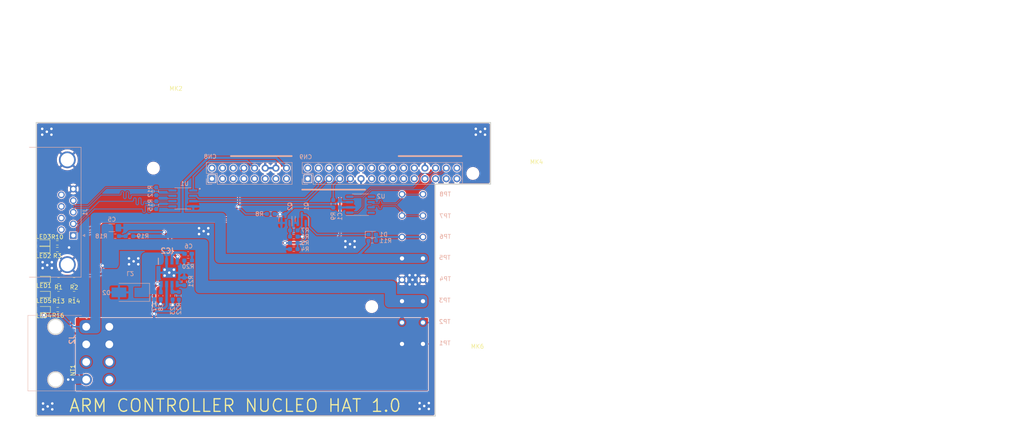
<source format=kicad_pcb>
(kicad_pcb (version 20211014) (generator pcbnew)
  (title_block (date "15 nov 2012"))
  (layers (0 "F.Cu" signal) (31 "B.Cu" signal) (34 "B.Paste" user) (35 "F.Paste" user) (36 "B.SilkS" user "B.Silkscreen") (37 "F.SilkS" user "F.Silkscreen") (38 "B.Mask" user) (39 "F.Mask" user) (44 "Edge.Cuts" user))
  (net 0 "")
  (net 1 "GND")
  (net 2 "+5V")
  (net 3 "/SAFETY")
  (net 4 "Net-(LED1-Pad1)")
  (net 5 "Net-(R1-Pad1)")
  (net 6 "Net-(LED4-Pad1)")
  (net 7 "Net-(LED5-Pad1)")
  (net 8 "GNDPWR")
  (net 9 "+48V")
  (net 10 "+12V")
  (net 11 "Net-(D1-Pad1)")
  (net 16 "Net-(LED2-Pad1)")
  (net 17 "/SEC_OUT")
  (net 18 "Net-(R13-Pad1)")
  (net 50 "+3V3")
  (net 51 "/RX")
  (net 52 "/TX")
  (net 53 "/RX-")
  (net 54 "/RX+")
  (net 55 "/TX+")
  (net 56 "/TX-")
  (net 59 "+24V")
  (net 60 "Net-(C6-Pad1)")
  (net 61 "Net-(C6-Pad2)")
  (net 62 "Net-(C7-Pad1)")
  (net 63 "Net-(C7-Pad2)")
  (net 64 "Net-(IC2-Pad4)")
  (net 65 "Net-(IC2-Pad5)")
  (net 66 "Net-(IC2-Pad6)")
  (net 67 "Net-(LED3-Pad1)")
  (net 68 "Net-(Q1-Pad1)")
  (net 69 "Net-(Q2-Pad1)")
  (net 70 "/SEC_IN")
  (net 71 "Net-(Q2-Pad3)")
  (net 72 "/CAN_TX")
  (net 73 "/CAN_RX")
  (net 76 "/CANP")
  (net 77 "/CANN")
  (footprint "footprints:R_0603_1608Metric_Pad0.98x0.95mm_HandSolder" (layer "F.Cu") (at 125.6 145.3)
    (fp_text reference "R3")
    (fp_text value "1,5k")
  )
  (footprint "footprints:R_0805_2012Metric_Pad1.20x1.40mm_HandSolder" (layer "F.Cu") (at 125.9 152.7 180)
    (fp_text reference "R1")
    (fp_text value "4.7k 5% 0,5W")
  )
  (footprint "footprints:R_0805_2012Metric_Pad1.20x1.40mm_HandSolder" (layer "F.Cu") (at 125.9 156 180)
    (fp_text reference "R13")
    (fp_text value "4.7k 5% 0,5W")
  )
  (footprint "footprints:R_0805_2012Metric_Pad1.20x1.40mm_HandSolder" (layer "F.Cu") (at 129.6 152.7 180)
    (fp_text reference "R2")
    (fp_text value "4.7k 5% 0,5W")
  )
  (footprint "footprints:D_0603_1608Metric_Pad1.05x0.95mm_HandSolder" (layer "F.Cu") (at 122.2 145.3 180)
    (fp_text reference "LED2")
    (fp_text value "RED")
  )
  (footprint "footprints:R_0603_1608Metric_Pad0.98x0.95mm_HandSolder" (layer "F.Cu") (at 125.7 159.6)
    (fp_text reference "R16")
    (fp_text value "80R")
  )
  (footprint "footprints:MountingHole_2.7mm_M2.5" (layer "F.Cu") (at 224.71 127.14)
    (fp_text reference "MK4")
    (fp_text value "M2.5")
  )
  (footprint "footprints:R_0805_2012Metric_Pad1.20x1.40mm_HandSolder" (layer "F.Cu") (at 129.6 156 180)
    (fp_text reference "R14")
    (fp_text value "4.7k 5% 0,5W")
  )
  (footprint "footprints:D_0603_1608Metric_Pad1.05x0.95mm_HandSolder" (layer "F.Cu") (at 122.3 156 180)
    (fp_text reference "LED5")
    (fp_text value "GREEN")
  )
  (footprint "footprints:D_0603_1608Metric_Pad1.05x0.95mm_HandSolder" (layer "F.Cu") (at 122.2 143.7 180)
    (fp_text reference "LED3")
    (fp_text value "GREEN")
  )
  (footprint "footprints:D_0603_1608Metric_Pad1.05x0.95mm_HandSolder" (layer "F.Cu") (at 122.3 152.4 180)
    (fp_text reference "LED1")
    (fp_text value "GREEN")
  )
  (footprint "footprints:MountingHole_2.7mm_M2.5" (layer "F.Cu") (at 148.51 125.87)
    (fp_text reference "MK2")
    (fp_text value "M2.5")
  )
  (footprint "footprints:NetTie-2_SMD_Pad0.5mm" (layer "F.Cu") (at 130.5 174.1 90)
    (fp_text reference "NT1")
    (fp_text value "NetTie_2")
  )
  (footprint "footprints:R_0603_1608Metric_Pad0.98x0.95mm_HandSolder" (layer "F.Cu") (at 125.6 143.7)
    (fp_text reference "R10")
    (fp_text value "1,1k")
  )
  (footprint "footprints:D_0603_1608Metric_Pad1.05x0.95mm_HandSolder" (layer "F.Cu") (at 122.3 159.6 180)
    (fp_text reference "LED4")
    (fp_text value "GREEN")
  )
  (footprint "footprints:MountingHole_2.7mm_M2.5" (layer "F.Cu") (at 200.58 158.89)
    (fp_text reference "MK6")
    (fp_text value "M2.5")
  )
  (footprint "ARM_NUCLEO_HAT:61-1537-11-0031" (layer "B.Cu") (at 210.3 162.7)
    (fp_text reference "TP2")
    (fp_text value "1-726388-2")
  )
  (footprint "footprints:SO-8_3.9x4.9mm_P1.27mm" (layer "B.Cu") (at 197.9 134.6)
    (fp_text reference "U2")
    (fp_text value "TCAN332G")
  )
  (footprint "footprints:R_0603_1608Metric_Pad0.98x0.95mm_HandSolder" (layer "B.Cu") (at 200.7 143.2)
    (fp_text reference "R11")
    (fp_text value "1k")
  )
  (footprint "ARM_NUCLEO_HAT:SOIC127P599X175-8N" (layer "B.Cu") (at 155.545 133.1 180)
    (fp_text reference "U1")
    (fp_text value "SN75LBC179AD")
  )
  (footprint "ARM_NUCLEO_HAT:61-1537-11-0031" (layer "B.Cu") (at 210.3 167.8)
    (fp_text reference "TP1")
    (fp_text value "1-726388-2")
  )
  (footprint "footprints:R_0603_1608Metric_Pad0.98x0.95mm_HandSolder" (layer "B.Cu") (at 191.4 134.4 90)
    (fp_text reference "R9")
    (fp_text value "100")
  )
  (footprint "footprints:C_0603_1608Metric_Pad1.08x0.95mm_HandSolder" (layer "B.Cu") (at 156.8 146.3)
    (fp_text reference "C6")
    (fp_text value "6800pF")
  )
  (footprint "footprints:C_0603_1608Metric_Pad1.08x0.95mm_HandSolder" (layer "B.Cu") (at 193 134.4 -90)
    (fp_text reference "C1")
    (fp_text value "100 nF")
  )
  (footprint "ARM_NUCLEO_HAT:61-1537-11-0031" (layer "B.Cu") (at 210.3 157.6)
    (fp_text reference "TP3")
    (fp_text value "1-726388-2")
  )
  (footprint "footprints:R_0603_1608Metric_Pad0.98x0.95mm_HandSolder" (layer "B.Cu") (at 182 143.7)
    (fp_text reference "R5")
    (fp_text value "1k")
  )
  (footprint "footprints:SOT-23" (layer "B.Cu") (at 180 138 90)
    (fp_text reference "Q2")
    (fp_text value "BSS138")
  )
  (footprint "footprints:C_0603_1608Metric_Pad1.08x0.95mm_HandSolder" (layer "B.Cu") (at 150.271 156.3 -90)
    (fp_text reference "C8")
    (fp_text value "10uF 25V")
  )
  (footprint "footprints:C_1206_3216Metric_Pad1.33x1.80mm_HandSolder" (layer "B.Cu") (at 138.6 140.1)
    (fp_text reference "C5")
    (fp_text value "100uF 6,3V")
  )
  (footprint "footprints:R_0603_1608Metric_Pad0.98x0.95mm_HandSolder" (layer "B.Cu") (at 182 142.2)
    (fp_text reference "R6")
    (fp_text value "10k")
  )
  (footprint "ARM_NUCLEO_HAT:61-1537-11-0031" (layer "B.Cu") (at 210.3 152.5)
    (fp_text reference "TP4")
    (fp_text value "1-726388-2")
  )
  (footprint "footprints:C_0603_1608Metric_Pad1.08x0.95mm_HandSolder" (layer "B.Cu") (at 148.7 156.3 -90)
    (fp_text reference "C7")
    (fp_text value "0,1uF")
  )
  (footprint "footprints:R_0603_1608Metric_Pad0.98x0.95mm_HandSolder" (layer "B.Cu") (at 156.8 147.9)
    (fp_text reference "R20")
    (fp_text value "0,75k")
  )
  (footprint "footprints:SOT-23" (layer "B.Cu") (at 183.9 138 90)
    (fp_text reference "Q1")
    (fp_text value "BSS138")
  )
  (footprint "footprints:R_0603_1608Metric_Pad0.98x0.95mm_HandSolder" (layer "B.Cu") (at 155.871 152.9 90)
    (fp_text reference "R21")
    (fp_text value "47k")
  )
  (footprint "footprints:DSUB-9_Male_Horizontal_P2.77x2.84mm_EdgePinOffset7.70mm_Housed_MountingHolesOffset9.12mm" (layer "B.Cu") (at 129.41 141.93 90)
    (fp_text reference "J1")
    (fp_text value "DB9_Male_MountingHoles")
  )
  (footprint "footprints:R_0603_1608Metric_Pad0.98x0.95mm_HandSolder" (layer "B.Cu") (at 182 140.7 180)
    (fp_text reference "R7")
    (fp_text value "100")
  )
  (footprint "footprints:R_0603_1608Metric_Pad0.98x0.95mm_HandSolder" (layer "B.Cu") (at 142.8 142.1)
    (fp_text reference "R19")
    (fp_text value "??")
  )
  (footprint "footprints:R_0603_1608Metric_Pad0.98x0.95mm_HandSolder" (layer "B.Cu") (at 149.2 131.4 -90)
    (fp_text reference "R12")
    (fp_text value "120")
  )
  (footprint "ARM_NUCLEO_HAT:SOIC127P600X100-9N" (layer "B.Cu") (at 152.3 150.8 -90)
    (fp_text reference "IC2")
    (fp_text value "BD9G341AEFJ-E2" hide)
  )
  (footprint "ARM_NUCLEO_HAT:61-1537-11-0031" (layer "B.Cu") (at 210.3 142.3)
    (fp_text reference "TP6")
    (fp_text value "1-726388-2")
  )
  (footprint "footprints:R_0603_1608Metric_Pad0.98x0.95mm_HandSolder" (layer "B.Cu") (at 153.1 156.3 -90)
    (fp_text reference "R23")
    (fp_text value "??")
  )
  (footprint "footprints:R_0603_1608Metric_Pad0.98x0.95mm_HandSolder" (layer "B.Cu") (at 154.6 156.3 90)
    (fp_text reference "R22")
    (fp_text value "??")
  )
  (footprint "footprints:R_0603_1608Metric_Pad0.98x0.95mm_HandSolder" (layer "B.Cu") (at 149.2 134.7 -90)
    (fp_text reference "R15")
    (fp_text value "120")
  )
  (footprint "footprints:D_SMB_Handsoldering" (layer "B.Cu") (at 143 155.5 180)
    (fp_text reference "D2")
    (fp_text value "SMBJ16A-TR")
  )
  (footprint "ARM_NUCLEO_HAT:39301080" (layer "B.Cu") (at 128.99 170 90)
    (fp_text reference "J2")
    (fp_text value "39-30-1080" hide)
  )
  (footprint "ARM_NUCLEO_HAT:61-1537-11-0031" (layer "B.Cu") (at 210.3 137.2)
    (fp_text reference "TP7")
    (fp_text value "1-726388-2")
  )
  (footprint "footprints:R_0603_1608Metric_Pad0.98x0.95mm_HandSolder" (layer "B.Cu") (at 139.4 142.1)
    (fp_text reference "R18")
    (fp_text value "??")
  )
  (footprint "footprints:PinSocket_2x08_P2.54mm_Vertical" (layer "B.Cu") (at 162.48 128.4 -90)
    (fp_text reference "CN8")
    (fp_text value "Conn_02x08")
  )
  (footprint "footprints:R_0603_1608Metric_Pad0.98x0.95mm_HandSolder" (layer "B.Cu") (at 176.5 136.8)
    (fp_text reference "R8")
    (fp_text value "10k")
  )
  (footprint "ARM_NUCLEO_HAT:MPEV1D1040L330" (layer "B.Cu") (at 142.9 148.1)
    (fp_text reference "L2")
    (fp_text value "33uH, 3A")
  )
  (footprint "ARM_NUCLEO_HAT:61-1537-11-0031" (layer "B.Cu") (at 210.3 132.1)
    (fp_text reference "TP8")
    (fp_text value "1-726388-2")
  )
  (footprint "footprints:D_0603_1608Metric_Pad1.05x0.95mm_HandSolder" (layer "B.Cu") (at 200.7 141.7)
    (fp_text reference "D1")
    (fp_text value "BAT30K")
  )
  (footprint "footprints:R_0603_1608Metric_Pad0.98x0.95mm_HandSolder" (layer "B.Cu") (at 182 145.2 180)
    (fp_text reference "R4")
    (fp_text value "10k")
  )
  (footprint "ARM_NUCLEO_HAT:61-1537-11-0031" (layer "B.Cu") (at 210.3 147.4)
    (fp_text reference "TP5")
    (fp_text value "1-726388-2")
  )
  (footprint "footprints:PinSocket_2x15_P2.54mm_Vertical" (layer "B.Cu") (at 185.33 128.4 -90)
    (fp_text reference "CN9")
    (fp_text value "Conn_02x15")
  )
  (gr_line (start 222 123) (end 207 123) (layer "B.SilkS") (width 0.4))
  (gr_line (start 181.5 123) (end 167 123) (layer "B.SilkS") (width 0.4))
  (gr_line (start 199 131) (end 184 131) (layer "B.SilkS") (width 0.4))
  (gr_line (start 120.58 115) (end 120.58 185) (layer "Edge.Cuts") (width 0.25))
  (gr_circle (center 125.18 176.3) (end 126.98 176.3) (layer "Edge.Cuts") (width 0.25) (fill none))
  (gr_line (start 215.73 185) (end 215.73 129.68) (layer "Edge.Cuts") (width 0.25))
  (gr_circle (center 125.18 163.7) (end 126.98 163.7) (layer "Edge.Cuts") (width 0.25) (fill none))
  (gr_line (start 228.92 115) (end 228.92 129.68) (layer "Edge.Cuts") (width 0.25))
  (gr_line (start 228.92 129.68) (end 215.73 129.68) (layer "Edge.Cuts") (width 0.25))
  (gr_line (start 228.92 115) (end 120.58 115) (layer "Edge.Cuts") (width 0.25))
  (gr_line (start 215.73 185) (end 120.58 185) (layer "Edge.Cuts") (width 0.25))
  (gr_text "ARM CONTROLLER NUCLEO HAT 1.0" (at 168 182.5) (layer "F.SilkS") (effects (font (size 3 3) (thickness 0.3))))
  (segment (start 130.5 174.6) (end 130.796 174.6) (width 0.6) (layer "F.Cu") (net 1))
  (segment (start 130.796 174.6) (end 132.496 176.3) (width 0.6) (layer "F.Cu") (net 1))
  (via (at 211 151.4) (size 0.9) (drill 0.6) (layers "F.Cu" "B.Cu") (net 1))
  (via (at 159.4 140.2) (size 0.9) (drill 0.6) (layers "F.Cu" "B.Cu") (net 1))
  (via (at 160.5 140.9) (size 0.9) (drill 0.6) (layers "F.Cu" "B.Cu") (net 1))
  (via (at 122.2 183.4) (size 0.9) (drill 0.6) (layers "F.Cu" "B.Cu") (net 1))
  (via (at 161.6 141.6) (size 0.9) (drill 0.6) (layers "F.Cu" "B.Cu") (net 1))
  (via (at 142.7 147.4) (size 0.9) (drill 0.6) (layers "F.Cu" "B.Cu") (net 1))
  (via (at 123.2 149) (size 0.9) (drill 0.6) (layers "F.Cu" "B.Cu") (net 1))
  (via (at 194.3 143.3) (size 0.9) (drill 0.6) (layers "F.Cu" "B.Cu") (net 1))
  (via (at 122 117.9) (size 0.9) (drill 0.6) (layers "F.Cu" "B.Cu") (net 1))
  (via (at 129.3 176.3) (size 0.9) (drill 0.6) (layers "F.Cu" "B.Cu") (net 1))
  (via (at 159.4 141.6) (size 0.9) (drill 0.6) (layers "F.Cu" "B.Cu") (net 1))
  (via (at 123.3 182.7) (size 0.9) (drill 0.6) (layers "F.Cu" "B.Cu") (net 1))
  (via (at 153.1 158.5) (size 0.9) (drill 0.6) (layers "F.Cu" "B.Cu") (net 1))
  (via (at 128.4 144.8) (size 0.9) (drill 0.6) (layers "F.Cu" "B.Cu") (net 1))
  (via (at 144.9 148.8) (size 0.9) (drill 0.6) (layers "F.Cu" "B.Cu") (net 1))
  (via (at 161.6 140.2) (size 0.9) (drill 0.6) (layers "F.Cu" "B.Cu") (net 1))
  (via (at 214.2 181.9) (size 0.9) (drill 0.6) (layers "F.Cu" "B.Cu") (net 1))
  (via (at 214.2 183.3) (size 0.9) (drill 0.6) (layers "F.Cu" "B.Cu") (net 1))
  (via (at 144.9 147.4) (size 0.9) (drill 0.6) (layers "F.Cu" "B.Cu") (net 1))
  (via (at 225.4 116.5) (size 0.9) (drill 0.6) (layers "F.Cu" "B.Cu") (net 1))
  (via (at 143.8 148.1) (size 0.9) (drill 0.6) (layers "F.Cu" "B.Cu") (net 1))
  (via (at 209.6 153.6) (size 0.9) (drill 0.6) (layers "F.Cu" "B.Cu") (net 1))
  (via (at 196.5 143.3) (size 0.9) (drill 0.6) (layers "F.Cu" "B.Cu") (net 1))
  (via (at 210.3 152.5) (size 0.9) (drill 0.6) (layers "F.Cu" "B.Cu") (net 1))
  (via (at 184.0005 142.199312) (size 0.9) (drill 0.6) (layers "F.Cu" "B.Cu") (net 1))
  (via (at 124.3 148.3) (size 0.9) (drill 0.6) (layers "F.Cu" "B.Cu") (net 1))
  (via (at 122.1 148.3) (size 0.9) (drill 0.6) (layers "F.Cu" "B.Cu") (net 1))
  (via (at 124.2 117.9) (size 0.9) (drill 0.6) (layers "F.Cu" "B.Cu") (net 1))
  (via (at 227.6 116.5) (size 0.9) (drill 0.6) (layers "F.Cu" "B.Cu") (net 1))
  (via (at 227.6 117.9) (size 0.9) (drill 0.6) (layers "F.Cu" "B.Cu") (net 1))
  (via (at 153.4 150.1) (size 0.9) (drill 0.6) (layers "F.Cu" "B.Cu") (net 1))
  (via (at 151.2 150.1) (size 0.9) (drill 0.6) (layers "F.Cu" "B.Cu") (net 1))
  (via (at 151.2 151.5) (size 0.9) (drill 0.6) (layers "F.Cu" "B.Cu") (net 1))
  (via (at 122.2 182) (size 0.9) (drill 0.6) (layers "F.Cu" "B.Cu") (net 1))
  (via (at 123.1 117.2) (size 0.9) (drill 0.6) (layers "F.Cu" "B.Cu") (net 1))
  (via (at 209.6 151.4) (size 0.9) (drill 0.6) (layers "F.Cu" "B.Cu") (net 1))
  (via (at 150.2 158.25098) (size 0.9) (drill 0.6) (layers "F.Cu" "B.Cu") (net 1))
  (via (at 211 153.6) (size 0.9) (drill 0.6) (layers "F.Cu" "B.Cu") (net 1))
  (via (at 195.4 144) (size 0.9) (drill 0.6) (layers "F.Cu" "B.Cu") (net 1))
  (via (at 124.4 183.4) (size 0.9) (drill 0.6) (layers "F.Cu" "B.Cu") (net 1))
  (via (at 142.7 148.8) (size 0.9) (drill 0.6) (layers "F.Cu" "B.Cu") (net 1))
  (via (at 128.2 176.3) (size 0.9) (drill 0.6) (layers "F.Cu" "B.Cu") (net 1))
  (via (at 124.4 182) (size 0.9) (drill 0.6) (layers "F.Cu" "B.Cu") (net 1))
  (via (at 212 183.3) (size 0.9) (drill 0.6) (layers "F.Cu" "B.Cu") (net 1))
  (via (at 122.1 149.7) (size 0.9) (drill 0.6) (layers "F.Cu" "B.Cu") (net 1))
  (via (at 152.3 150.8) (size 0.9) (drill 0.6) (layers "F.Cu" "B.Cu") (net 1))
  (via (at 124.2 116.5) (size 0.9) (drill 0.6) (layers "F.Cu" "B.Cu") (net 1))
  (via (at 225.4 117.9) (size 0.9) (drill 0.6) (layers "F.Cu" "B.Cu") (net 1))
  (via (at 124.3 149.7) (size 0.9) (drill 0.6) (layers "F.Cu" "B.Cu") (net 1))
  (via (at 213.1 182.6) (size 0.9) (drill 0.6) (layers "F.Cu" "B.Cu") (net 1))
  (via (at 122 116.5) (size 0.9) (drill 0.6) (layers "F.Cu" "B.Cu") (net 1))
  (via (at 196.5 144.7) (size 0.9) (drill 0.6) (layers "F.Cu" "B.Cu") (net 1))
  (via (at 212 181.9) (size 0.9) (drill 0.6) (layers "F.Cu" "B.Cu") (net 1))
  (via (at 226.5 117.2) (size 0.9) (drill 0.6) (layers "F.Cu" "B.Cu") (net 1))
  (via (at 153.4 151.5) (size 0.9) (drill 0.6) (layers "F.Cu" "B.Cu") (net 1))
  (via (at 194.3 144.7) (size 0.9) (drill 0.6) (layers "F.Cu" "B.Cu") (net 1))
  (segment (start 150.271 157.1625) (end 150.271 158.17998) (width 0.6) (layer "B.Cu") (net 1))
  (segment (start 132.496 176.3) (end 129.3 176.3) (width 2) (layer "B.Cu") (net 1))
  (segment (start 153.1 157.2125) (end 153.1 158.5) (width 0.6) (layer "B.Cu") (net 1))
  (segment (start 151.665 148.088) (end 151.665 150.165) (width 0.6) (layer "B.Cu") (net 1))
  (segment (start 129.3 176.3) (end 128.2 176.3) (width 2) (layer "B.Cu") (net 1))
  (segment (start 150.271 158.17998) (end 150.2 158.25098) (width 0.6) (layer "B.Cu") (net 1))
  (segment (start 172.64 125.87) (end 170.87 124.1) (width 0.4) (layer "B.Cu") (net 2))
  (segment (start 161.822934 124.1) (end 158.015 127.907934) (width 0.4) (layer "B.Cu") (net 2))
  (segment (start 158.015 127.907934) (end 158.015 131.195) (width 0.4) (layer "B.Cu") (net 2))
  (segment (start 170.87 124.1) (end 161.822934 124.1) (width 0.4) (layer "B.Cu") (net 2))
  (segment (start 201.575 143.1625) (end 201.6125 143.2) (width 0.6) (layer "B.Cu") (net 3))
  (segment (start 207.8 142.3) (end 201.8 142.3) (width 0.6) (layer "B.Cu") (net 3))
  (segment (start 201.575 142.525) (end 201.575 143.1625) (width 0.6) (layer "B.Cu") (net 3))
  (segment (start 212.8 142.3) (end 207.8 142.3) (width 0.6) (layer "B.Cu") (net 3))
  (segment (start 201.575 141.7) (end 201.575 142.525) (width 0.6) (layer "B.Cu") (net 3))
  (segment (start 201.8 142.3) (end 201.575 142.525) (width 0.6) (layer "B.Cu") (net 3))
  (segment (start 123.475 152.7) (end 123.175 152.4) (width 0.4) (layer "F.Cu") (net 4))
  (segment (start 124.9 152.7) (end 123.475 152.7) (width 0.4) (layer "F.Cu") (net 4))
  (segment (start 128.6 152.7) (end 126.9 152.7) (width 0.4) (layer "F.Cu") (net 5))
  (segment (start 124.7875 159.6) (end 123.175 159.6) (width 0.4) (layer "F.Cu") (net 6))
  (segment (start 124.9 156) (end 123.175 156) (width 0.4) (layer "F.Cu") (net 7))
  (segment (start 130.996 173.6) (end 132.496 172.1) (width 0.6) (layer "F.Cu") (net 8))
  (segment (start 130.5 173.6) (end 130.996 173.6) (width 0.6) (layer "F.Cu") (net 8))
  (segment (start 130.6 153.4) (end 130.6 162) (width 0.4) (layer "F.Cu") (net 8))
  (segment (start 148.7 154.3) (end 148.7 160.6) (width 0.6) (layer "F.Cu") (net 9))
  (segment (start 121.425 156.625) (end 121.425 156) (width 0.4) (layer "F.Cu") (net 9))
  (segment (start 149.5 153.5) (end 148.7 154.3) (width 0.6) (layer "F.Cu") (net 9))
  (segment (start 122.7 157.9) (end 121.425 156.625) (width 0.4) (layer "F.Cu") (net 9))
  (segment (start 132.496 167.9) (end 129 164.404) (width 0.4) (layer "F.Cu") (net 9))
  (segment (start 127.7 157.9) (end 122.7 157.9) (width 0.4) (layer "F.Cu") (net 9))
  (segment (start 129 164.404) (end 129 159.2) (width 0.4) (layer "F.Cu") (net 9))
  (segment (start 131.778077 167.182077) (end 131.617923 167.182077) (width 0.4) (layer "F.Cu") (net 9))
  (segment (start 129 159.2) (end 127.7 157.9) (width 0.4) (layer "F.Cu") (net 9))
  (via (at 148.7 160.6) (size 0.9) (drill 0.6) (layers "F.Cu" "B.Cu") (net 9))
  (via (at 149.5 153.5) (size 0.9) (drill 0.6) (layers "F.Cu" "B.Cu") (net 9))
  (segment (start 150.271 153.636) (end 150.395 153.512) (width 0.6) (layer "B.Cu") (net 9))
  (segment (start 150.271 155.4375) (end 150.271 153.636) (width 0.6) (layer "B.Cu") (net 9))
  (segment (start 148.7 160.6) (end 149.3 160) (width 0.6) (layer "B.Cu") (net 9))
  (segment (start 148.7 160.6) (end 148.7 162) (width 0.6) (layer "B.Cu") (net 9))
  (segment (start 149.3 160) (end 153.3 160) (width 0.6) (layer "B.Cu") (net 9))
  (segment (start 154.6 158.7) (end 154.6 157.2125) (width 0.6) (layer "B.Cu") (net 9))
  (segment (start 149.512 153.512) (end 150.395 153.512) (width 0.6) (layer "B.Cu") (net 9))
  (segment (start 153.3 160) (end 154.6 158.7) (width 0.6) (layer "B.Cu") (net 9))
  (segment (start 149.5 153.5) (end 149.512 153.512) (width 0.6) (layer "B.Cu") (net 9))
  (segment (start 121.425 159.825) (end 121.425 159.6) (width 0.4) (layer "F.Cu") (net 10))
  (segment (start 122.4 160.8) (end 121.425 159.825) (width 0.4) (layer "F.Cu") (net 10))
  (segment (start 122.4 160.9) (end 122.4 160.8) (width 0.4) (layer "F.Cu") (net 10))
  (via (at 122.4 160.9) (size 0.9) (drill 0.6) (layers "F.Cu" "B.Cu") (net 10))
  (segment (start 155.5 136.9) (end 155.5 129.433664) (width 0.6) (layer "B.Cu") (net 10))
  (segment (start 199.7875 143.2) (end 199.7875 144.2125) (width 0.6) (layer "B.Cu") (net 10))
  (segment (start 132.496 163.7) (end 132.5 163.696) (width 0.4) (layer "B.Cu") (net 10))
  (segment (start 129.4 163.7) (end 132.496 163.7) (width 0.4) (layer "B.Cu") (net 10))
  (segment (start 177.79048 123.40048) (end 180.26 125.87) (width 0.6) (layer "B.Cu") (net 10))
  (segment (start 161.533184 123.40048) (end 177.79048 123.40048) (width 0.6) (layer "B.Cu") (net 10))
  (segment (start 126.6 160.9) (end 129.4 163.7) (width 0.4) (layer "B.Cu") (net 10))
  (segment (start 155.5 129.433664) (end 161.533184 123.40048) (width 0.6) (layer "B.Cu") (net 10))
  (segment (start 122.4 160.9) (end 126.6 160.9) (width 0.4) (layer "B.Cu") (net 10))
  (segment (start 199.7875 144.2125) (end 197.3 146.7) (width 0.6) (layer "B.Cu") (net 10))
  (segment (start 183.9 139.7125) (end 182.9125 140.7) (width 0.4) (layer "B.Cu") (net 11))
  (segment (start 183.9 137.0625) (end 183.9 139.7125) (width 0.4) (layer "B.Cu") (net 11))
  (segment (start 184.8625 137.0625) (end 183.9 137.0625) (width 0.4) (layer "B.Cu") (net 11))
  (segment (start 185.7 137.9) (end 184.8625 137.0625) (width 0.4) (layer "B.Cu") (net 11))
  (segment (start 185.7 139.9) (end 185.7 137.9) (width 0.4) (layer "B.Cu") (net 11))
  (segment (start 187.5 141.7) (end 185.7 139.9) (width 0.4) (layer "B.Cu") (net 11))
  (segment (start 199.825 141.7) (end 187.5 141.7) (width 0.4) (layer "B.Cu") (net 11))
  (segment (start 123.275 145.3) (end 124.8875 145.3) (width 0.4) (layer "F.Cu") (net 16))
  (segment (start 136.30096 138.59904) (end 128.82548 146.07452) (width 0.2) (layer "F.Cu") (net 17))
  (segment (start 193 141.9) (end 193 130.89) (width 0.4) (layer "F.Cu") (net 17))
  (segment (start 191.2 143.7) (end 193 141.9) (width 0.4) (layer "F.Cu") (net 17))
  (segment (start 179.9 143.7) (end 177 143.7) (width 0.2) (layer "F.Cu") (net 17))
  (segment (start 128.82548 146.07452) (end 122.29952 146.07452) (width 0.2) (layer "F.Cu") (net 17))
  (segment (start 193 130.89) (end 195.49 128.4) (width 0.4) (layer "F.Cu") (net 17))
  (segment (start 177 143.7) (end 171.89904 138.59904) (width 0.2) (layer "F.Cu") (net 17))
  (segment (start 171.89904 138.59904) (end 136.30096 138.59904) (width 0.2) (layer "F.Cu") (net 17))
  (segment (start 179.9 143.7) (end 191.2 143.7) (width 0.4) (layer "F.Cu") (net 17))
  (segment (start 122.29952 146.07452) (end 121.525 145.3) (width 0.2) (layer "F.Cu") (net 17))
  (via (at 179.9 143.7) (size 0.9) (drill 0.6) (layers "F.Cu" "B.Cu") (net 17))
  (segment (start 181.0875 143.7) (end 179.9 143.7) (width 0.4) (layer "B.Cu") (net 17))
  (segment (start 128.6 156) (end 126.9 156) (width 0.4) (layer "F.Cu") (net 18))
  (segment (start 168.850489 127.109511) (end 168.850489 135.049511) (width 0.4) (layer "F.Cu") (net 50))
  (segment (start 130.428567 143.2) (end 127.7 143.2) (width 0.4) (layer "F.Cu") (net 50))
  (segment (start 166.2 137.7) (end 135.928567 137.7) (width 0.4) (layer "F.Cu") (net 50))
  (segment (start 168.850489 135.049511) (end 166.2 137.7) (width 0.4) (layer "F.Cu") (net 50))
  (segment (start 127.2 142.7) (end 122.525 142.7) (width 0.4) (layer "F.Cu") (net 50))
  (segment (start 122.525 142.7) (end 121.525 143.7) (width 0.4) (layer "F.Cu") (net 50))
  (segment (start 170.1 125.86) (end 168.850489 127.109511) (width 0.4) (layer "F.Cu") (net 50))
  (segment (start 127.7 143.2) (end 127.2 142.7) (width 0.4) (layer "F.Cu") (net 50))
  (segment (start 135.928567 137.7) (end 130.428567 143.2) (width 0.4) (layer "F.Cu") (net 50))
  (via (at 168.8 135.1) (size 0.9) (drill 0.6) (layers "F.Cu" "B.Cu") (net 50))
  (segment (start 169.52548 134.37452) (end 192.16298 134.37452) (width 0.4) (layer "B.Cu") (net 50))
  (segment (start 193.1375 133.5375) (end 193.565 133.965) (width 0.4) (layer "B.Cu") (net 50))
  (segment (start 168.8 135.1) (end 169.52548 134.37452) (width 0.4) (layer "B.Cu") (net 50))
  (segment (start 193.565 133.965) (end 195.325 133.965) (width 0.4) (layer "B.Cu") (net 50))
  (segment (start 168.8 135.1) (end 170.5 136.8) (width 0.4) (layer "B.Cu") (net 50))
  (segment (start 192.16298 134.37452) (end 193 133.5375) (width 0.4) (layer "B.Cu") (net 50))
  (segment (start 193 133.5375) (end 193.1375 133.5375) (width 0.4) (layer "B.Cu") (net 50))
  (segment (start 170.5 136.8) (end 175.5875 136.8) (width 0.4) (layer "B.Cu") (net 50))
  (segment (start 184.78667 133.17548) (end 159.357511 133.17548) (width 0.4) (layer "B.Cu") (net 51))
  (segment (start 158.647031 132.465) (end 158.015 132.465) (width 0.4) (layer "B.Cu") (net 51))
  (segment (start 187.87 128.4) (end 187.87 130.09215) (width 0.4) (layer "B.Cu") (net 51))
  (segment (start 187.87 130.09215) (end 184.78667 133.17548) (width 0.4) (layer "B.Cu") (net 51))
  (segment (start 159.357511 133.17548) (end 158.647031 132.465) (width 0.4) (layer "B.Cu") (net 51))
  (segment (start 158.055 133.775) (end 158.015 133.735) (width 0.4) (layer "B.Cu") (net 52))
  (segment (start 190.41 128.4) (end 185.035 133.775) (width 0.4) (layer "B.Cu") (net 52))
  (segment (start 185.035 133.775) (end 158.055 133.775) (width 0.4) (layer "B.Cu") (net 52))
  (segment (start 141.4125 132.3125) (end 141.4125 131.758654) (width 0.2) (layer "B.Cu") (net 53))
  (segment (start 152.9225 132.3125) (end 153.075 132.465) (width 0.2) (layer "B.Cu") (net 53))
  (segment (start 137.669372 132.3125) (end 136.034306 132.3125) (width 0.2) (layer "B.Cu") (net 53))
  (segment (start 149.2 132.3125) (end 143.5125 132.3125) (width 0.2) (layer "B.Cu") (net 53))
  (segment (start 149.2 132.3125) (end 152.9225 132.3125) (width 0.2) (layer "B.Cu") (net 53))
  (segment (start 140.5125 132.3125) (end 137.669372 132.3125) (width 0.2) (layer "B.Cu") (net 53))
  (segment (start 142.6125 132.6125) (end 142.6125 131.758654) (width 0.2) (layer "B.Cu") (net 53))
  (segment (start 136.034306 132.3125) (end 133.121806 135.225) (width 0.2) (layer "B.Cu") (net 53))
  (segment (start 142.0125 131.758654) (end 142.0125 132.3125) (width 0.2) (layer "B.Cu") (net 53))
  (segment (start 142.0125 132.3125) (end 142.0125 132.866346) (width 0.2) (layer "B.Cu") (net 53))
  (segment (start 133.121806 135.225) (end 129.875 135.225) (width 0.2) (layer "B.Cu") (net 53))
  (segment (start 129.41 135.69) (end 129.41 136.39) (width 0.2) (layer "B.Cu") (net 53))
  (segment (start 141.4125 132.866346) (end 141.4125 132.3125) (width 0.2) (layer "B.Cu") (net 53))
  (segment (start 143.2125 132.6125) (end 143.2125 132.866346) (width 0.2) (layer "B.Cu") (net 53))
  (segment (start 129.875 135.225) (end 129.41 135.69) (width 0.2) (layer "B.Cu") (net 53))
  (segment (start 140.8125 131.758654) (end 140.8125 132.0125) (width 0.2) (layer "B.Cu") (net 53))
  (segment (start 142.6125 132.866346) (end 142.6125 132.6125) (width 0.2) (layer "B.Cu") (net 53))
  (arc (start 143.2125 132.866346) (mid 143.124632 133.078478) (end 142.9125 133.166346) (width 0.2) (layer "B.Cu") (net 53))
  (arc (start 141.7125 133.166346) (mid 141.500368 133.078478) (end 141.4125 132.866346) (width 0.2) (layer "B.Cu") (net 53))
  (arc (start 142.0125 132.866346) (mid 141.924632 133.078478) (end 141.7125 133.166346) (width 0.2) (layer "B.Cu") (net 53))
  (arc (start 140.8125 132.0125) (mid 140.724632 132.224632) (end 140.5125 132.3125) (width 0.2) (layer "B.Cu") (net 53))
  (arc (start 142.3125 131.458654) (mid 142.100368 131.546522) (end 142.0125 131.758654) (width 0.2) (layer "B.Cu") (net 53))
  (arc (start 141.4125 131.758654) (mid 141.324632 131.546522) (end 141.1125 131.458654) (width 0.2) (layer "B.Cu") (net 53))
  (arc (start 142.6125 131.758654) (mid 142.524632 131.546522) (end 142.3125 131.458654) (width 0.2) (layer "B.Cu") (net 53))
  (arc (start 142.9125 133.166346) (mid 142.700368 133.078478) (end 142.6125 132.866346) (width 0.2) (layer "B.Cu") (net 53))
  (arc (start 143.5125 132.3125) (mid 143.300368 132.400368) (end 143.2125 132.6125) (width 0.2) (layer "B.Cu") (net 53))
  (arc (start 141.1125 131.458654) (mid 140.900368 131.546522) (end 140.8125 131.758654) (width 0.2) (layer "B.Cu") (net 53))
  (segment (start 137.2034 130.4875) (end 149.2 130.4875) (width 0.2) (layer "B.Cu") (net 54))
  (segment (start 129.41 134.31) (end 129.41 133.62) (width 0.2) (layer "B.Cu") (net 54))
  (segment (start 129.875 134.775) (end 129.41 134.31) (width 0.2) (layer "B.Cu") (net 54))
  (segment (start 149.7125 131) (end 149.2 130.4875) (width 0.2) (layer "B.Cu") (net 54))
  (segment (start 132.9159 134.775) (end 137.2034 130.4875) (width 0.2) (layer "B.Cu") (net 54))
  (segment (start 152.88 131) (end 149.7125 131) (width 0.2) (layer "B.Cu") (net 54))
  (segment (start 153.075 131.195) (end 152.88 131) (width 0.2) (layer "B.Cu") (net 54))
  (segment (start 130.225 134.775) (end 129.875 134.775) (width 0.2) (layer "B.Cu") (net 54))
  (segment (start 130.2 134.775) (end 132.9159 134.775) (width 0.2) (layer "B.Cu") (net 54))
  (segment (start 147.1875 136.182142) (end 147.1875 135.042858) (width 0.2) (layer "B.Cu") (net 55))
  (segment (start 146.5875 135.042858) (end 146.5875 136.182142) (width 0.2) (layer "B.Cu") (net 55))
  (segment (start 134.4875 135.6125) (end 130.5 139.6) (width 0.2) (layer "B.Cu") (net 55))
  (segment (start 145.6875 135.6125) (end 134.4875 135.6125) (width 0.2) (layer "B.Cu") (net 55))
  (segment (start 130.5 139.6) (end 130.5 140.84) (width 0.2) (layer "B.Cu") (net 55))
  (segment (start 153.075 135.005) (end 149.8075 135.005) (width 0.2) (layer "B.Cu") (net 55))
  (segment (start 149.8075 135.005) (end 149.2 135.6125) (width 0.2) (layer "B.Cu") (net 55))
  (segment (start 145.9875 136.182142) (end 145.9875 135.9125) (width 0.2) (layer "B.Cu") (net 55))
  (segment (start 147.7875 135.9125) (end 147.7875 136.182142) (width 0.2) (layer "B.Cu") (net 55))
  (segment (start 149.2 135.6125) (end 148.0875 135.6125) (width 0.2) (layer "B.Cu") (net 55))
  (segment (start 130.5 140.84) (end 129.41 141.93) (width 0.2) (layer "B.Cu") (net 55))
  (arc (start 147.4875 136.482142) (mid 147.275368 136.394274) (end 147.1875 136.182142) (width 0.2) (layer "B.Cu") (net 55))
  (arc (start 145.9875 135.9125) (mid 145.899632 135.700368) (end 145.6875 135.6125) (width 0.2) (layer "B.Cu") (net 55))
  (arc (start 147.7875 136.182142) (mid 147.699632 136.394274) (end 147.4875 136.482142) (width 0.2) (layer "B.Cu") (net 55))
  (arc (start 146.2875 136.482142) (mid 146.075368 136.394274) (end 145.9875 136.182142) (width 0.2) (layer "B.Cu") (net 55))
  (arc (start 147.1875 135.042858) (mid 147.099632 134.830726) (end 146.8875 134.742858) (width 0.2) (layer "B.Cu") (net 55))
  (arc (start 146.5875 136.182142) (mid 146.499632 136.394274) (end 146.2875 136.482142) (width 0.2) (layer "B.Cu") (net 55))
  (arc (start 146.8875 134.742858) (mid 146.675368 134.830726) (end 146.5875 135.042858) (width 0.2) (layer "B.Cu") (net 55))
  (arc (start 148.0875 135.6125) (mid 147.875368 135.700368) (end 147.7875 135.9125) (width 0.2) (layer "B.Cu") (net 55))
  (segment (start 130.24 139.16) (end 129.41 139.16) (width 0.2) (layer "B.Cu") (net 56))
  (segment (start 149.2525 133.735) (end 149.2 133.7875) (width 0.2) (layer "B.Cu") (net 56))
  (segment (start 144.3875 134.321533) (end 144.3875 133.253467) (width 0.2) (layer "B.Cu") (net 56))
  (segment (start 143.7875 133.253467) (end 143.7875 133.4875) (width 0.2) (layer "B.Cu") (net 56))
  (segment (start 149.2 133.7875) (end 146.4875 133.7875) (width 0.2) (layer "B.Cu") (net 56))
  (segment (start 143.4875 133.7875) (end 135.6125 133.7875) (width 0.2) (layer "B.Cu") (net 56))
  (segment (start 145.5875 134.321533) (end 145.5875 133.253467) (width 0.2) (layer "B.Cu") (net 56))
  (segment (start 146.1875 134.0875) (end 146.1875 134.321533) (width 0.2) (layer "B.Cu") (net 56))
  (segment (start 144.9875 133.253467) (end 144.9875 134.321533) (width 0.2) (layer "B.Cu") (net 56))
  (segment (start 153.075 133.735) (end 149.2525 133.735) (width 0.2) (layer "B.Cu") (net 56))
  (segment (start 135.6125 133.7875) (end 130.24 139.16) (width 0.2) (layer "B.Cu") (net 56))
  (arc (start 144.6875 134.621533) (mid 144.475368 134.533665) (end 144.3875 134.321533) (width 0.2) (layer "B.Cu") (net 56))
  (arc (start 146.1875 134.321533) (mid 146.099632 134.533665) (end 145.8875 134.621533) (width 0.2) (layer "B.Cu") (net 56))
  (arc (start 143.7875 133.4875) (mid 143.699632 133.699632) (end 143.4875 133.7875) (width 0.2) (layer "B.Cu") (net 56))
  (arc (start 145.8875 134.621533) (mid 145.675368 134.533665) (end 145.5875 134.321533) (width 0.2) (layer "B.Cu") (net 56))
  (arc (start 144.3875 133.253467) (mid 144.299632 133.041335) (end 144.0875 132.953467) (width 0.2) (layer "B.Cu") (net 56))
  (arc (start 146.4875 133.7875) (mid 146.275368 133.875368) (end 146.1875 134.0875) (width 0.2) (layer "B.Cu") (net 56))
  (arc (start 144.9875 134.321533) (mid 144.899632 134.533665) (end 144.6875 134.621533) (width 0.2) (layer "B.Cu") (net 56))
  (arc (start 144.0875 132.953467) (mid 143.875368 133.041335) (end 143.7875 133.253467) (width 0.2) (layer "B.Cu") (net 56))
  (arc (start 145.5875 133.253467) (mid 145.499632 133.041335) (end 145.2875 132.953467) (width 0.2) (layer "B.Cu") (net 56))
  (arc (start 145.2875 132.953467) (mid 145.075368 133.041335) (end 144.9875 133.253467) (width 0.2) (layer "B.Cu") (net 56))
  (segment (start 135.6 151.5) (end 122.325 151.5) (width 0.4) (layer "F.Cu") (net 59))
  (segment (start 136.4 149.1) (end 136.4 150.7) (width 0.4) (layer "F.Cu") (net 59))
  (segment (start 122.325 151.5) (end 121.425 152.4) (width 0.4) (layer "F.Cu") (net 59))
  (segment (start 136.4 150.7) (end 135.6 151.5) (width 0.4) (layer "F.Cu") (net 59))
  (via (at 136.4 149.1) (size 0.9) (drill 0.6) (layers "F.Cu" "B.Cu") (net 59))
  (segment (start 136.4 149.1) (end 137.429 149.1) (width 0.4) (layer "B.Cu") (net 59))
  (segment (start 137.429 149.1) (end 138.429 148.1) (width 0.4) (layer "B.Cu") (net 59))
  (segment (start 152.935 146.7255) (end 152.935 148.088) (width 0.6) (layer "B.Cu") (net 60))
  (segment (start 155.9375 146.3) (end 155.6375 146) (width 0.6) (layer "B.Cu") (net 60))
  (segment (start 153.6605 146) (end 152.935 146.7255) (width 0.6) (layer "B.Cu") (net 60))
  (segment (start 155.6375 146) (end 153.6605 146) (width 0.6) (layer "B.Cu") (net 60))
  (segment (start 157.7125 147.9) (end 157.7125 146.35) (width 0.6) (layer "B.Cu") (net 61))
  (segment (start 157.7125 146.35) (end 157.6625 146.3) (width 0.6) (layer "B.Cu") (net 61))
  (segment (start 148.7 155.4375) (end 145.7625 155.4375) (width 0.6) (layer "B.Cu") (net 62))
  (segment (start 145.7625 155.4375) (end 145.7 155.5) (width 0.6) (layer "B.Cu") (net 62))
  (segment (start 151.19952 159.20048) (end 149.10048 159.20048) (width 0.6) (layer "B.Cu") (net 63))
  (segment (start 149.10048 159.20048) (end 148.7 158.8) (width 0.6) (layer "B.Cu") (net 63))
  (segment (start 151.665 158.735) (end 151.19952 159.20048) (width 0.6) (layer "B.Cu") (net 63))
  (segment (start 151.665 153.512) (end 151.665 158.735) (width 0.6) (layer "B.Cu") (net 63))
  (segment (start 148.7 158.8) (end 148.7 157.1625) (width 0.6) (layer "B.Cu") (net 63))
  (segment (start 152.5 142.6) (end 152.5 145.5) (width 0.6) (layer "F.Cu") (net 64))
  (segment (start 153.9495 146.9495) (end 154.3 146.9495) (width 0.6) (layer "F.Cu") (net 64))
  (segment (start 152.5 145.5) (end 153.9495 146.9495) (width 0.6) (layer "F.Cu") (net 64))
  (segment (start 151.1 141.2) (end 152.5 142.6) (width 0.6) (layer "F.Cu") (net 64))
  (via (at 154.3 146.9495) (size 0.9) (drill 0.6) (layers "F.Cu" "B.Cu") (net 64))
  (via (at 151.1 141.2) (size 0.9) (drill 0.6) (layers "F.Cu" "B.Cu") (net 64))
  (segment (start 142.86202 141.12548) (end 141.8875 142.1) (width 0.6) (layer "B.Cu") (net 64))
  (segment (start 154.3 147.993) (end 154.205 148.088) (width 0.6) (layer "B.Cu") (net 64))
  (segment (start 151.1 141.2) (end 151.02548 141.12548) (width 0.6) (layer "B.Cu") (net 64))
  (segment (start 151.02548 141.12548) (end 142.86202 141.12548) (width 0.6) (layer "B.Cu") (net 64))
  (segment (start 140.3125 142.1) (end 141.8875 142.1) (width 0.6) (layer "B.Cu") (net 64))
  (segment (start 154.3 146.9495) (end 154.3 147.993) (width 0.6) (layer "B.Cu") (net 64))
  (segment (start 154.5055 153.8125) (end 154.205 153.512) (width 0.6) (layer "B.Cu") (net 65))
  (segment (start 155.871 153.8125) (end 154.5055 153.8125) (width 0.6) (layer "B.Cu") (net 65))
  (segment (start 153.1 155.3875) (end 154.6 155.3875) (width 0.6) (layer "B.Cu") (net 66))
  (segment (start 152.935 155.2225) (end 152.935 153.512) (width 0.6) (layer "B.Cu") (net 66))
  (segment (start 153.1 155.3875) (end 152.935 155.2225) (width 0.6) (layer "B.Cu") (net 66))
  (segment (start 123.275 143.7) (end 124.8875 143.7) (width 0.4) (layer "F.Cu") (net 67))
  (segment (start 182.9125 145.2) (end 182.9125 143.7) (width 0.4) (layer "B.Cu") (net 68))
  (segment (start 183.9 143.7) (end 182.9125 143.7) (width 0.4) (layer "B.Cu") (net 68))
  (segment (start 184.85 142.75) (end 183.9 143.7) (width 0.4) (layer "B.Cu") (net 68))
  (segment (start 184.85 138.9375) (end 184.85 142.75) (width 0.4) (layer "B.Cu") (net 68))
  (segment (start 181.0875 140.7) (end 181.0875 139.075) (width 0.4) (layer "B.Cu") (net 69))
  (segment (start 181.0875 139.075) (end 180.95 138.9375) (width 0.4) (layer "B.Cu") (net 69))
  (segment (start 181.0875 142.2) (end 181.0875 140.7) (width 0.4) (layer "B.Cu") (net 69))
  (segment (start 191.4 133.4875) (end 191.4 129.95) (width 0.4) (layer "B.Cu") (net 70))
  (segment (start 191.4 129.95) (end 192.95 128.4) (width 0.4) (layer "B.Cu") (net 70))
  (segment (start 136.135475 138.19952) (end 177.50048 138.19952) (width 0.2) (layer "F.Cu") (net 71))
  (segment (start 130.635474 143.69952) (end 136.135475 138.19952) (width 0.2) (layer "F.Cu") (net 71))
  (segment (start 177.50048 138.19952) (end 178.7 137) (width 0.2) (layer "F.Cu") (net 71))
  (segment (start 178.7 137) (end 178.7 136.9) (width 0.2) (layer "F.Cu") (net 71))
  (segment (start 126.7125 143.7) (end 126.71298 143.69952) (width 0.2) (layer "F.Cu") (net 71))
  (segment (start 126.71298 143.69952) (end 130.635474 143.69952) (width 0.2) (layer "F.Cu") (net 71))
  (via (at 178.7 136.9) (size 0.9) (drill 0.6) (layers "F.Cu" "B.Cu") (net 71))
  (segment (start 178.7 136.9) (end 179.8375 136.9) (width 0.6) (layer "B.Cu") (net 71))
  (segment (start 177.4125 136.8) (end 177.5125 136.9) (width 0.6) (layer "B.Cu") (net 71))
  (segment (start 191.16154 135.07404) (end 191.4 135.3125) (width 0.6) (layer "B.Cu") (net 71))
  (segment (start 180 137) (end 181.92596 135.07404) (width 0.6) (layer "B.Cu") (net 71))
  (segment (start 180 137.0625) (end 180 137) (width 0.6) (layer "B.Cu") (net 71))
  (segment (start 181.92596 135.07404) (end 191.16154 135.07404) (width 0.6) (layer "B.Cu") (net 71))
  (segment (start 177.5125 136.9) (end 178.7 136.9) (width 0.6) (layer "B.Cu") (net 71))
  (segment (start 179.8375 136.9) (end 180 137.0625) (width 0.6) (layer "B.Cu") (net 71))
  (segment (start 217.11 127.1) (end 215.3 127.1) (width 0.2) (layer "B.Cu") (net 72))
  (segment (start 218.35 125.86) (end 217.11 127.1) (width 0.2) (layer "B.Cu") (net 72))
  (segment (start 214.5 127.9) (end 214.5 129.2) (width 0.2) (layer "B.Cu") (net 72))
  (segment (start 214.5 129.2) (end 212.699511 131.000489) (width 0.2) (layer "B.Cu") (net 72))
  (segment (start 215.3 127.1) (end 214.5 127.9) (width 0.2) (layer "B.Cu") (net 72))
  (segment (start 198.5 133) (end 198.5 135.2) (width 0.2) (layer "B.Cu") (net 72))
  (segment (start 212.699511 131.000489) (end 200.499511 131.000489) (width 0.2) (layer "B.Cu") (net 72))
  (segment (start 197.195 136.505) (end 195.325 136.505) (width 0.2) (layer "B.Cu") (net 72))
  (segment (start 198.5 135.2) (end 197.195 136.505) (width 0.2) (layer "B.Cu") (net 72))
  (segment (start 200.499511 131.000489) (end 198.5 133) (width 0.2) (layer "B.Cu") (net 72))
  (segment (start 212 127.8) (end 212 129.1) (width 0.2) (layer "B.Cu") (net 73))
  (segment (start 212 129.1) (end 210.49903 130.60097) (width 0.2) (layer "B.Cu") (net 73))
  (segment (start 200.334024 130.60097) (end 198.239994 132.695) (width 0.2) (layer "B.Cu") (net 73))
  (segment (start 215.81 125.86) (end 214.57 127.1) (width 0.2) (layer "B.Cu") (net 73))
  (segment (start 210.49903 130.60097) (end 200.334024 130.60097) (width 0.2) (layer "B.Cu") (net 73))
  (segment (start 198.239994 132.695) (end 195.325 132.695) (width 0.2) (layer "B.Cu") (net 73))
  (segment (start 214.57 127.1) (end 212.7 127.1) (width 0.2) (layer "B.Cu") (net 73))
  (segment (start 212.7 127.1) (end 212 127.8) (width 0.2) (layer "B.Cu") (net 73))
  (segment (start 207.8 136.3) (end 207.8 137.2) (width 0.2) (layer "B.Cu") (net 76))
  (segment (start 202.874998 135.279623) (end 202.874997 135.124998) (width 0.2) (layer "B.Cu") (net 76))
  (segment (start 202.575 135.579624) (end 202.574999 135.579624) (width 0.2) (layer "B.Cu") (net 76))
  (segment (start 206.325 134.825) (end 207.8 136.3) (width 0.2) (layer "B.Cu") (net 76))
  (segment (start 202.274999 135.125001) (end 202.274999 135.125) (width 0.2) (layer "B.Cu") (net 76))
  (segment (start 207.8 137.2) (end 212.8 137.2) (width 0.2) (layer "B.Cu") (net 76))
  (segment (start 203.174996 134.824997) (end 203.174997 134.824997) (width 0.2) (layer "B.Cu") (net 76))
  (segment (start 200.884999 134.825001) (end 201.974999 134.825001) (width 0.2) (layer "B.Cu") (net 76))
  (segment (start 200.475 135.235) (end 200.884999 134.825001) (width 0.2) (layer "B.Cu") (net 76))
  (segment (start 203.174997 134.824997) (end 203.174998 134.825) (width 0.2) (layer "B.Cu") (net 76))
  (segment (start 203.174998 134.825) (end 206.325 134.825) (width 0.2) (layer "B.Cu") (net 76))
  (segment (start 202.274999 135.125) (end 202.274999 135.279625) (width 0.2) (layer "B.Cu") (net 76))
  (arc (start 201.974999 134.825001) (mid 202.187131 134.912869) (end 202.274999 135.125001) (width 0.2) (layer "B.Cu") (net 76))
  (arc (start 202.874997 135.124998) (mid 202.962864 134.912866) (end 203.174996 134.824997) (width 0.2) (layer "B.Cu") (net 76))
  (arc (start 202.574999 135.579624) (mid 202.787131 135.491755) (end 202.874998 135.279623) (width 0.2) (layer "B.Cu") (net 76))
  (arc (start 202.274999 135.279625) (mid 202.362868 135.491757) (end 202.575 135.579624) (width 0.2) (layer "B.Cu") (net 76))
  (segment (start 206.425 134.375) (end 207.8 133) (width 0.2) (layer "B.Cu") (net 77))
  (segment (start 207.8 133) (end 207.8 132.1) (width 0.2) (layer "B.Cu") (net 77))
  (segment (start 202.974997 133.899661) (end 202.974997 134.074999) (width 0.2) (layer "B.Cu") (net 77))
  (segment (start 200.475 133.965) (end 200.884999 134.374999) (width 0.2) (layer "B.Cu") (net 77))
  (segment (start 200.884999 134.374999) (end 202.074999 134.374999) (width 0.2) (layer "B.Cu") (net 77))
  (segment (start 202.374998 134.074999) (end 202.374997 133.899661) (width 0.2) (layer "B.Cu") (net 77))
  (segment (start 202.374998 134.074998) (end 202.374998 134.074999) (width 0.2) (layer "B.Cu") (net 77))
  (segment (start 203.274998 134.374999) (end 206.425 134.375) (width 0.2) (layer "B.Cu") (net 77))
  (segment (start 203.274997 134.374999) (end 203.274998 134.374999) (width 0.2) (layer "B.Cu") (net 77))
  (segment (start 207.8 132.1) (end 212.8 132.1) (width 0.2) (layer "B.Cu") (net 77))
  (arc (start 202.074999 134.374999) (mid 202.287131 134.28713) (end 202.374998 134.074998) (width 0.2) (layer "B.Cu") (net 77))
  (arc (start 202.974997 134.074999) (mid 203.062865 134.287131) (end 203.274997 134.374999) (width 0.2) (layer "B.Cu") (net 77))
  (arc (start 202.674997 133.599661) (mid 202.887129 133.687529) (end 202.974997 133.899661) (width 0.2) (layer "B.Cu") (net 77))
  (arc (start 202.374997 133.899661) (mid 202.462865 133.687529) (end 202.674997 133.599661) (width 0.2) (layer "B.Cu") (net 77))
  (zone (net 1) (net_name "GND") (layers F&B.Cu) (name "GND") (connect_pads (clearance 0.2)) (min_thickness 0.254) (fill yes (thermal_gap 0.508) (thermal_bridge_width 0.508) (smoothing fillet) (radius 1))
    (polygon (pts (xy 232.86 187.2) (xy 117 187.2) (xy 117 111.5) (xy 232.86 111.5)))
  )
  (zone (net 8) (net_name "GNDPWR") (layer "F.Cu") (priority 1) (connect_pads yes (clearance 0.2)) (min_thickness 0.254) (fill yes (thermal_gap 0.508) (thermal_bridge_width 0.508))
    (polygon (pts (xy 214 179) (xy 130 179) (xy 130 161.6) (xy 214 161.6)))
  )
  (zone (net 9) (net_name "+48V") (layer "B.Cu") (priority 1) (connect_pads yes (clearance 0.2)) (min_thickness 0.254) (fill yes (thermal_gap 0.508) (thermal_bridge_width 0.508))
    (polygon (pts (xy 213.985042 178.931233) (xy 129.985042 178.931233) (xy 129.985042 161.631233) (xy 213.985042 161.631233)))
  )
  (zone (net 10) (net_name "+12V") (layer "B.Cu") (name "+12V") (priority 12) (connect_pads yes (clearance 0.2)) (min_thickness 0.254) (fill yes (thermal_gap 0.508) (thermal_bridge_width 0.508) (smoothing fillet) (radius 1))
    (polygon (pts (xy 165.8 146.3) (xy 214 146.3) (xy 214 148.5) (xy 163.2 148.5) (xy 163.2 138.9) (xy 135.9 138.9) (xy 135.9 165.3) (xy 130.9 165.3) (xy 130.9 162.1) (xy 133.5 162.1) (xy 133.5 136.5) (xy 165.8 136.5)))
  )
  (zone (net 62) (net_name "Net-(C7-Pad1)") (layer "B.Cu") (name "GND") (priority 10) (connect_pads yes (clearance 0.2)) (min_thickness 0.254) (fill yes (thermal_gap 0.508) (thermal_bridge_width 0.508) (smoothing fillet) (radius 1))
    (polygon (pts (xy 151 149) (xy 149 149) (xy 149 156) (xy 145.7 156) (xy 145.7 146) (xy 151 146)))
  )
  (zone (net 59) (net_name "+24V") (layer "B.Cu") (name "GND") (priority 10) (connect_pads yes (clearance 0.2)) (min_thickness 0.254) (fill yes (thermal_gap 0.508) (thermal_bridge_width 0.508) (smoothing fillet) (radius 1))
    (polygon (pts (xy 139 142.8) (xy 161.6 142.8) (xy 161.6 152.7) (xy 206.4 152.7) (xy 206.4 156.1) (xy 213.9 156.1) (xy 213.9 159.1) (xy 203.7 159.1) (xy 203.7 155.7) (xy 158.5 155.7) (xy 158.5 145.4) (xy 140.3 145.4) (xy 140.3 149.7) (xy 136 149.7) (xy 136 139.1) (xy 138.971 139.1)))
  )
)
</source>
